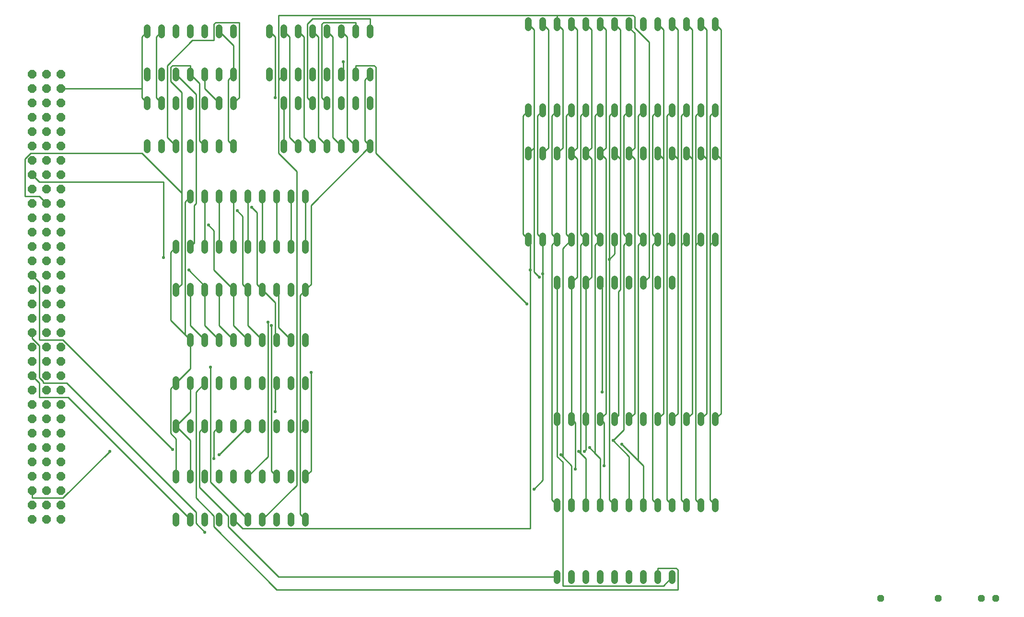
<source format=gbr>
G04 EAGLE Gerber RS-274X export*
G75*
%MOMM*%
%FSLAX34Y34*%
%LPD*%
%INBottom Copper*%
%IPPOS*%
%AMOC8*
5,1,8,0,0,1.08239X$1,22.5*%
G01*
%ADD10P,1.649562X8X202.500000*%
%ADD11P,1.319650X8X202.500000*%
%ADD12C,1.219200*%
%ADD13C,0.254000*%
%ADD14C,0.558800*%


D10*
X50800Y177800D03*
X50800Y203200D03*
X50800Y228600D03*
X50800Y254000D03*
X50800Y279400D03*
X50800Y304800D03*
X50800Y330200D03*
X50800Y355600D03*
X50800Y381000D03*
X50800Y406400D03*
X50800Y431800D03*
X50800Y457200D03*
X50800Y482600D03*
X50800Y508000D03*
X50800Y533400D03*
X50800Y558800D03*
X76200Y177800D03*
X76200Y203200D03*
X76200Y228600D03*
X76200Y254000D03*
X76200Y279400D03*
X76200Y304800D03*
X76200Y330200D03*
X76200Y355600D03*
X76200Y381000D03*
X76200Y406400D03*
X76200Y431800D03*
X76200Y457200D03*
X76200Y482600D03*
X76200Y508000D03*
X76200Y533400D03*
X76200Y558800D03*
X101600Y177800D03*
X101600Y203200D03*
X101600Y228600D03*
X101600Y254000D03*
X101600Y279400D03*
X101600Y304800D03*
X101600Y330200D03*
X101600Y355600D03*
X101600Y381000D03*
X101600Y406400D03*
X101600Y431800D03*
X101600Y457200D03*
X101600Y482600D03*
X101600Y508000D03*
X101600Y533400D03*
X101600Y558800D03*
X50800Y584200D03*
X50800Y609600D03*
X50800Y635000D03*
X50800Y660400D03*
X50800Y685800D03*
X50800Y711200D03*
X50800Y736600D03*
X50800Y762000D03*
X50800Y787400D03*
X50800Y812800D03*
X50800Y838200D03*
X50800Y863600D03*
X50800Y889000D03*
X50800Y914400D03*
X50800Y939800D03*
X50800Y965200D03*
X76200Y584200D03*
X76200Y609600D03*
X76200Y635000D03*
X76200Y660400D03*
X76200Y685800D03*
X76200Y711200D03*
X76200Y736600D03*
X76200Y762000D03*
X76200Y787400D03*
X76200Y812800D03*
X76200Y838200D03*
X76200Y863600D03*
X76200Y889000D03*
X76200Y914400D03*
X76200Y939800D03*
X76200Y965200D03*
X101600Y584200D03*
X101600Y609600D03*
X101600Y635000D03*
X101600Y660400D03*
X101600Y685800D03*
X101600Y711200D03*
X101600Y736600D03*
X101600Y762000D03*
X101600Y787400D03*
X101600Y812800D03*
X101600Y838200D03*
X101600Y863600D03*
X101600Y889000D03*
X101600Y914400D03*
X101600Y939800D03*
X101600Y965200D03*
D11*
X1752600Y38100D03*
X1727200Y38100D03*
X1651000Y38100D03*
X1549400Y38100D03*
D12*
X927100Y895604D02*
X927100Y907796D01*
X952500Y907796D02*
X952500Y895604D01*
X977900Y895604D02*
X977900Y907796D01*
X1003300Y907796D02*
X1003300Y895604D01*
X1028700Y895604D02*
X1028700Y907796D01*
X1054100Y907796D02*
X1054100Y895604D01*
X1079500Y895604D02*
X1079500Y907796D01*
X1104900Y907796D02*
X1104900Y895604D01*
X1130300Y895604D02*
X1130300Y907796D01*
X1155700Y907796D02*
X1155700Y895604D01*
X1181100Y895604D02*
X1181100Y907796D01*
X1206500Y907796D02*
X1206500Y895604D01*
X1231900Y895604D02*
X1231900Y907796D01*
X1257300Y907796D02*
X1257300Y895604D01*
X1257300Y1048004D02*
X1257300Y1060196D01*
X1231900Y1060196D02*
X1231900Y1048004D01*
X1206500Y1048004D02*
X1206500Y1060196D01*
X1181100Y1060196D02*
X1181100Y1048004D01*
X1155700Y1048004D02*
X1155700Y1060196D01*
X1130300Y1060196D02*
X1130300Y1048004D01*
X1104900Y1048004D02*
X1104900Y1060196D01*
X1079500Y1060196D02*
X1079500Y1048004D01*
X1054100Y1048004D02*
X1054100Y1060196D01*
X1028700Y1060196D02*
X1028700Y1048004D01*
X1003300Y1048004D02*
X1003300Y1060196D01*
X977900Y1060196D02*
X977900Y1048004D01*
X952500Y1048004D02*
X952500Y1060196D01*
X927100Y1060196D02*
X927100Y1048004D01*
X927100Y679196D02*
X927100Y667004D01*
X952500Y667004D02*
X952500Y679196D01*
X977900Y679196D02*
X977900Y667004D01*
X1003300Y667004D02*
X1003300Y679196D01*
X1028700Y679196D02*
X1028700Y667004D01*
X1054100Y667004D02*
X1054100Y679196D01*
X1079500Y679196D02*
X1079500Y667004D01*
X1104900Y667004D02*
X1104900Y679196D01*
X1130300Y679196D02*
X1130300Y667004D01*
X1155700Y667004D02*
X1155700Y679196D01*
X1181100Y679196D02*
X1181100Y667004D01*
X1206500Y667004D02*
X1206500Y679196D01*
X1231900Y679196D02*
X1231900Y667004D01*
X1257300Y667004D02*
X1257300Y679196D01*
X1257300Y819404D02*
X1257300Y831596D01*
X1231900Y831596D02*
X1231900Y819404D01*
X1206500Y819404D02*
X1206500Y831596D01*
X1181100Y831596D02*
X1181100Y819404D01*
X1155700Y819404D02*
X1155700Y831596D01*
X1130300Y831596D02*
X1130300Y819404D01*
X1104900Y819404D02*
X1104900Y831596D01*
X1079500Y831596D02*
X1079500Y819404D01*
X1054100Y819404D02*
X1054100Y831596D01*
X1028700Y831596D02*
X1028700Y819404D01*
X1003300Y819404D02*
X1003300Y831596D01*
X977900Y831596D02*
X977900Y819404D01*
X952500Y819404D02*
X952500Y831596D01*
X927100Y831596D02*
X927100Y819404D01*
X977900Y209296D02*
X977900Y197104D01*
X1003300Y197104D02*
X1003300Y209296D01*
X1130300Y209296D02*
X1130300Y197104D01*
X1155700Y197104D02*
X1155700Y209296D01*
X1028700Y209296D02*
X1028700Y197104D01*
X1054100Y197104D02*
X1054100Y209296D01*
X1104900Y209296D02*
X1104900Y197104D01*
X1079500Y197104D02*
X1079500Y209296D01*
X1181100Y209296D02*
X1181100Y197104D01*
X1206500Y197104D02*
X1206500Y209296D01*
X1231900Y209296D02*
X1231900Y197104D01*
X1257300Y197104D02*
X1257300Y209296D01*
X1257300Y349504D02*
X1257300Y361696D01*
X1231900Y361696D02*
X1231900Y349504D01*
X1206500Y349504D02*
X1206500Y361696D01*
X1181100Y361696D02*
X1181100Y349504D01*
X1155700Y349504D02*
X1155700Y361696D01*
X1130300Y361696D02*
X1130300Y349504D01*
X1104900Y349504D02*
X1104900Y361696D01*
X1079500Y361696D02*
X1079500Y349504D01*
X1054100Y349504D02*
X1054100Y361696D01*
X1028700Y361696D02*
X1028700Y349504D01*
X1003300Y349504D02*
X1003300Y361696D01*
X977900Y361696D02*
X977900Y349504D01*
X1181100Y82296D02*
X1181100Y70104D01*
X1155700Y70104D02*
X1155700Y82296D01*
X1130300Y82296D02*
X1130300Y70104D01*
X1104900Y70104D02*
X1104900Y82296D01*
X1079500Y82296D02*
X1079500Y70104D01*
X1054100Y70104D02*
X1054100Y82296D01*
X1028700Y82296D02*
X1028700Y70104D01*
X1003300Y70104D02*
X1003300Y82296D01*
X977900Y82296D02*
X977900Y70104D01*
X977900Y590804D02*
X977900Y602996D01*
X1003300Y602996D02*
X1003300Y590804D01*
X1028700Y590804D02*
X1028700Y602996D01*
X1054100Y602996D02*
X1054100Y590804D01*
X1079500Y590804D02*
X1079500Y602996D01*
X1104900Y602996D02*
X1104900Y590804D01*
X1130300Y590804D02*
X1130300Y602996D01*
X1155700Y602996D02*
X1155700Y590804D01*
X1181100Y590804D02*
X1181100Y602996D01*
X254000Y832104D02*
X254000Y844296D01*
X279400Y844296D02*
X279400Y832104D01*
X406400Y832104D02*
X406400Y844296D01*
X406400Y908304D02*
X406400Y920496D01*
X304800Y844296D02*
X304800Y832104D01*
X330200Y832104D02*
X330200Y844296D01*
X381000Y844296D02*
X381000Y832104D01*
X355600Y832104D02*
X355600Y844296D01*
X381000Y908304D02*
X381000Y920496D01*
X355600Y920496D02*
X355600Y908304D01*
X330200Y908304D02*
X330200Y920496D01*
X304800Y920496D02*
X304800Y908304D01*
X279400Y908304D02*
X279400Y920496D01*
X254000Y920496D02*
X254000Y908304D01*
X469900Y959104D02*
X469900Y971296D01*
X495300Y971296D02*
X495300Y959104D01*
X622300Y959104D02*
X622300Y971296D01*
X647700Y971296D02*
X647700Y959104D01*
X520700Y959104D02*
X520700Y971296D01*
X546100Y971296D02*
X546100Y959104D01*
X596900Y959104D02*
X596900Y971296D01*
X571500Y971296D02*
X571500Y959104D01*
X647700Y1035304D02*
X647700Y1047496D01*
X622300Y1047496D02*
X622300Y1035304D01*
X596900Y1035304D02*
X596900Y1047496D01*
X571500Y1047496D02*
X571500Y1035304D01*
X546100Y1035304D02*
X546100Y1047496D01*
X520700Y1047496D02*
X520700Y1035304D01*
X495300Y1035304D02*
X495300Y1047496D01*
X469900Y1047496D02*
X469900Y1035304D01*
X304800Y348996D02*
X304800Y336804D01*
X330200Y336804D02*
X330200Y348996D01*
X457200Y348996D02*
X457200Y336804D01*
X482600Y336804D02*
X482600Y348996D01*
X355600Y348996D02*
X355600Y336804D01*
X381000Y336804D02*
X381000Y348996D01*
X431800Y348996D02*
X431800Y336804D01*
X406400Y336804D02*
X406400Y348996D01*
X508000Y348996D02*
X508000Y336804D01*
X533400Y336804D02*
X533400Y348996D01*
X533400Y413004D02*
X533400Y425196D01*
X508000Y425196D02*
X508000Y413004D01*
X482600Y413004D02*
X482600Y425196D01*
X457200Y425196D02*
X457200Y413004D01*
X431800Y413004D02*
X431800Y425196D01*
X406400Y425196D02*
X406400Y413004D01*
X381000Y413004D02*
X381000Y425196D01*
X355600Y425196D02*
X355600Y413004D01*
X330200Y413004D02*
X330200Y425196D01*
X304800Y425196D02*
X304800Y413004D01*
X304800Y183896D02*
X304800Y171704D01*
X330200Y171704D02*
X330200Y183896D01*
X457200Y183896D02*
X457200Y171704D01*
X482600Y171704D02*
X482600Y183896D01*
X355600Y183896D02*
X355600Y171704D01*
X381000Y171704D02*
X381000Y183896D01*
X431800Y183896D02*
X431800Y171704D01*
X406400Y171704D02*
X406400Y183896D01*
X508000Y183896D02*
X508000Y171704D01*
X533400Y171704D02*
X533400Y183896D01*
X533400Y247904D02*
X533400Y260096D01*
X508000Y260096D02*
X508000Y247904D01*
X482600Y247904D02*
X482600Y260096D01*
X457200Y260096D02*
X457200Y247904D01*
X431800Y247904D02*
X431800Y260096D01*
X406400Y260096D02*
X406400Y247904D01*
X381000Y247904D02*
X381000Y260096D01*
X355600Y260096D02*
X355600Y247904D01*
X330200Y247904D02*
X330200Y260096D01*
X304800Y260096D02*
X304800Y247904D01*
X495300Y832104D02*
X495300Y844296D01*
X520700Y844296D02*
X520700Y832104D01*
X647700Y832104D02*
X647700Y844296D01*
X647700Y908304D02*
X647700Y920496D01*
X546100Y844296D02*
X546100Y832104D01*
X571500Y832104D02*
X571500Y844296D01*
X622300Y844296D02*
X622300Y832104D01*
X596900Y832104D02*
X596900Y844296D01*
X622300Y908304D02*
X622300Y920496D01*
X596900Y920496D02*
X596900Y908304D01*
X571500Y908304D02*
X571500Y920496D01*
X546100Y920496D02*
X546100Y908304D01*
X520700Y908304D02*
X520700Y920496D01*
X495300Y920496D02*
X495300Y908304D01*
X304800Y590296D02*
X304800Y578104D01*
X330200Y578104D02*
X330200Y590296D01*
X457200Y590296D02*
X457200Y578104D01*
X482600Y578104D02*
X482600Y590296D01*
X355600Y590296D02*
X355600Y578104D01*
X381000Y578104D02*
X381000Y590296D01*
X431800Y590296D02*
X431800Y578104D01*
X406400Y578104D02*
X406400Y590296D01*
X508000Y590296D02*
X508000Y578104D01*
X533400Y578104D02*
X533400Y590296D01*
X533400Y654304D02*
X533400Y666496D01*
X508000Y666496D02*
X508000Y654304D01*
X482600Y654304D02*
X482600Y666496D01*
X457200Y666496D02*
X457200Y654304D01*
X431800Y654304D02*
X431800Y666496D01*
X406400Y666496D02*
X406400Y654304D01*
X381000Y654304D02*
X381000Y666496D01*
X355600Y666496D02*
X355600Y654304D01*
X330200Y654304D02*
X330200Y666496D01*
X304800Y666496D02*
X304800Y654304D01*
X330200Y501396D02*
X330200Y489204D01*
X355600Y489204D02*
X355600Y501396D01*
X381000Y501396D02*
X381000Y489204D01*
X406400Y489204D02*
X406400Y501396D01*
X431800Y501396D02*
X431800Y489204D01*
X457200Y489204D02*
X457200Y501396D01*
X482600Y501396D02*
X482600Y489204D01*
X508000Y489204D02*
X508000Y501396D01*
X533400Y501396D02*
X533400Y489204D01*
X330200Y743204D02*
X330200Y755396D01*
X355600Y755396D02*
X355600Y743204D01*
X381000Y743204D02*
X381000Y755396D01*
X406400Y755396D02*
X406400Y743204D01*
X431800Y743204D02*
X431800Y755396D01*
X457200Y755396D02*
X457200Y743204D01*
X482600Y743204D02*
X482600Y755396D01*
X508000Y755396D02*
X508000Y743204D01*
X533400Y743204D02*
X533400Y755396D01*
X254000Y959104D02*
X254000Y971296D01*
X279400Y971296D02*
X279400Y959104D01*
X406400Y959104D02*
X406400Y971296D01*
X406400Y1035304D02*
X406400Y1047496D01*
X304800Y971296D02*
X304800Y959104D01*
X330200Y959104D02*
X330200Y971296D01*
X381000Y971296D02*
X381000Y959104D01*
X355600Y959104D02*
X355600Y971296D01*
X381000Y1035304D02*
X381000Y1047496D01*
X355600Y1047496D02*
X355600Y1035304D01*
X330200Y1035304D02*
X330200Y1047496D01*
X304800Y1047496D02*
X304800Y1035304D01*
X279400Y1035304D02*
X279400Y1047496D01*
X254000Y1047496D02*
X254000Y1035304D01*
D13*
X1247775Y212725D02*
X1257300Y203200D01*
X1247775Y212725D02*
X1247775Y663575D01*
X1257300Y673100D01*
X1247775Y892175D02*
X1257300Y901700D01*
X1247775Y892175D02*
X1247775Y663575D01*
X279400Y914400D02*
X269875Y923925D01*
X269875Y1031875D01*
X279400Y1041400D01*
X638175Y847725D02*
X647700Y838200D01*
X638175Y847725D02*
X638175Y955675D01*
X647700Y965200D01*
X406400Y838200D02*
X396875Y847725D01*
X396875Y955675D01*
X406400Y965200D01*
X406400Y1016000D02*
X381000Y1041400D01*
X406400Y1016000D02*
X406400Y965200D01*
X523875Y187325D02*
X533400Y177800D01*
X523875Y187325D02*
X523875Y333375D01*
X533400Y342900D01*
X523875Y574675D02*
X533400Y584200D01*
X523875Y574675D02*
X523875Y333375D01*
X330200Y368300D02*
X304800Y342900D01*
X330200Y368300D02*
X330200Y419100D01*
X304800Y342900D02*
X330200Y317500D01*
X330200Y254000D01*
X542925Y733425D02*
X647700Y838200D01*
X542925Y733425D02*
X542925Y593725D01*
X533400Y584200D01*
X254000Y914400D02*
X244475Y923925D01*
X244475Y939800D02*
X244475Y1031875D01*
X244475Y939800D02*
X244475Y923925D01*
X244475Y1031875D02*
X254000Y1041400D01*
X244475Y939800D02*
X101600Y939800D01*
X330200Y444500D02*
X304800Y419100D01*
X330200Y444500D02*
X330200Y495300D01*
X295275Y650875D02*
X304800Y660400D01*
X295275Y650875D02*
X295275Y530225D01*
X320675Y504825D02*
X330200Y495300D01*
X320675Y504825D02*
X295275Y530225D01*
X320675Y739775D02*
X330200Y749300D01*
X320675Y739775D02*
X320675Y504825D01*
X304800Y320675D02*
X304800Y254000D01*
X304800Y320675D02*
X295275Y330200D01*
X295275Y409575D01*
X304800Y419100D01*
X977900Y355600D02*
X977900Y596900D01*
X495300Y838200D02*
X495300Y914400D01*
X927100Y825500D02*
X936625Y835025D01*
X936625Y1044575D01*
X927100Y1054100D01*
X936625Y615950D02*
X946150Y606425D01*
X936625Y615950D02*
X936625Y835025D01*
X1181100Y76200D02*
X1165225Y60325D01*
X987425Y60325D01*
X987425Y279400D01*
X977900Y288925D01*
X977900Y355600D01*
X479425Y1031875D02*
X469900Y1041400D01*
X479425Y1031875D02*
X479425Y923925D01*
D14*
X946150Y606425D03*
X479425Y923925D03*
D13*
X330200Y520700D02*
X355600Y495300D01*
X330200Y520700D02*
X330200Y584200D01*
X355600Y520700D02*
X381000Y495300D01*
X355600Y520700D02*
X355600Y584200D01*
X355600Y590550D02*
X327025Y619125D01*
X355600Y590550D02*
X355600Y584200D01*
D14*
X327025Y619125D03*
D13*
X406400Y520700D02*
X431800Y495300D01*
X406400Y520700D02*
X406400Y584200D01*
X371475Y688975D02*
X361950Y698500D01*
X371475Y688975D02*
X371475Y619125D01*
X406400Y584200D01*
D14*
X361950Y698500D03*
D13*
X431800Y520700D02*
X457200Y495300D01*
X431800Y520700D02*
X431800Y584200D01*
X422275Y714375D02*
X412750Y723900D01*
X422275Y714375D02*
X422275Y593725D01*
X431800Y584200D01*
D14*
X412750Y723900D03*
D13*
X479425Y498475D02*
X482600Y495300D01*
X479425Y498475D02*
X479425Y561975D01*
X457200Y584200D01*
X447675Y720725D02*
X438150Y730250D01*
X447675Y720725D02*
X447675Y593725D01*
X457200Y584200D01*
D14*
X438150Y730250D03*
D13*
X485775Y517525D02*
X508000Y495300D01*
X485775Y517525D02*
X485775Y581025D01*
X482600Y584200D01*
X63500Y774700D02*
X50800Y787400D01*
X63500Y774700D02*
X282575Y774700D01*
X282575Y641350D01*
D14*
X282575Y641350D03*
D13*
X381000Y520700D02*
X406400Y495300D01*
X381000Y520700D02*
X381000Y584200D01*
X187325Y298450D02*
X104775Y215900D01*
X50800Y215900D01*
X50800Y228600D01*
D14*
X187325Y298450D03*
D13*
X371475Y333375D02*
X381000Y342900D01*
X371475Y333375D02*
X371475Y285750D01*
D14*
X371475Y285750D03*
D13*
X381000Y292100D02*
X431800Y342900D01*
D14*
X381000Y292100D03*
D13*
X479425Y415925D02*
X482600Y419100D01*
X479425Y415925D02*
X479425Y368300D01*
D14*
X479425Y368300D03*
D13*
X330200Y177800D02*
X114300Y393700D01*
X63500Y393700D01*
X63500Y419100D01*
X50800Y431800D01*
X365125Y244475D02*
X431800Y177800D01*
X365125Y244475D02*
X365125Y447675D01*
D14*
X365125Y447675D03*
D13*
X339725Y171450D02*
X355600Y155575D01*
X339725Y171450D02*
X339725Y190500D01*
X111125Y419100D01*
X69850Y419100D01*
X69850Y422275D01*
X63500Y428625D01*
X63500Y485775D01*
X50800Y498475D01*
X50800Y508000D01*
D14*
X355600Y155575D03*
D13*
X533400Y254000D02*
X542925Y263525D01*
X542925Y438150D01*
D14*
X542925Y438150D03*
D13*
X473075Y263525D02*
X482600Y254000D01*
X473075Y263525D02*
X473075Y520700D01*
D14*
X473075Y520700D03*
D13*
X466725Y288925D02*
X431800Y254000D01*
X466725Y288925D02*
X466725Y527050D01*
D14*
X466725Y527050D03*
D13*
X298450Y301625D02*
X104775Y495300D01*
X63500Y495300D01*
X63500Y596900D01*
X50800Y609600D01*
D14*
X298450Y301625D03*
D13*
X381000Y914400D02*
X355600Y939800D01*
X355600Y965200D01*
X314325Y593725D02*
X304800Y584200D01*
X314325Y755650D02*
X314325Y933450D01*
X314325Y755650D02*
X314325Y593725D01*
X314325Y933450D02*
X295275Y952500D01*
X295275Y977900D01*
X298450Y981075D01*
X330200Y981075D01*
X330200Y965200D01*
X346075Y847725D02*
X355600Y838200D01*
X346075Y847725D02*
X346075Y949325D01*
X330200Y965200D01*
X76200Y736600D02*
X63500Y749300D01*
X38100Y749300D01*
X38100Y815975D01*
X47625Y825500D01*
X244475Y825500D01*
X314325Y755650D01*
X1146175Y682625D02*
X1155700Y673100D01*
X1146175Y682625D02*
X1146175Y892175D01*
X1155700Y901700D01*
X355600Y419100D02*
X339725Y403225D01*
X339725Y215900D01*
X371475Y184150D01*
X371475Y165100D01*
X482600Y53975D01*
X1190625Y53975D01*
X1190625Y88900D01*
X1187450Y92075D01*
X1155700Y92075D01*
X1155700Y76200D01*
X1146175Y663575D02*
X1155700Y673100D01*
X1146175Y663575D02*
X1146175Y212725D01*
X1155700Y203200D01*
X1130300Y673100D02*
X1120775Y682625D01*
X1120775Y892175D01*
X1130300Y901700D01*
X1120775Y282575D02*
X1130300Y273050D01*
X1120775Y282575D02*
X1092200Y311150D01*
X1130300Y273050D02*
X1130300Y203200D01*
X1120775Y663575D02*
X1130300Y673100D01*
X1120775Y663575D02*
X1120775Y282575D01*
D14*
X1092200Y311150D03*
D13*
X1104900Y673100D02*
X1095375Y682625D01*
X1095375Y892175D01*
X1104900Y901700D01*
X1076325Y317500D02*
X1104900Y288925D01*
X1104900Y203200D01*
X1095375Y663575D02*
X1104900Y673100D01*
X1095375Y663575D02*
X1095375Y336550D01*
X1076325Y317500D01*
D14*
X1076325Y317500D03*
D13*
X1069975Y638175D02*
X1079500Y647700D01*
X1079500Y673100D01*
X1069975Y892175D02*
X1079500Y901700D01*
X1069975Y892175D02*
X1069975Y638175D01*
X1069975Y212725D02*
X1079500Y203200D01*
X1069975Y212725D02*
X1069975Y638175D01*
D14*
X1069975Y638175D03*
D13*
X1054100Y673100D02*
X1044575Y682625D01*
X1044575Y892175D01*
X1054100Y901700D01*
X1044575Y295275D02*
X1054100Y285750D01*
X1044575Y295275D02*
X1035050Y304800D01*
X1054100Y285750D02*
X1054100Y203200D01*
X1044575Y663575D02*
X1054100Y673100D01*
X1044575Y663575D02*
X1044575Y295275D01*
D14*
X1035050Y304800D03*
D13*
X1028700Y673100D02*
X1019175Y682625D01*
X1019175Y892175D01*
X1028700Y901700D01*
X1019175Y295275D02*
X1028700Y285750D01*
X1019175Y295275D02*
X1016000Y298450D01*
X1028700Y285750D02*
X1028700Y203200D01*
X1019175Y663575D02*
X1028700Y673100D01*
X1019175Y663575D02*
X1019175Y295275D01*
D14*
X1016000Y298450D03*
D13*
X1003300Y673100D02*
X993775Y682625D01*
X993775Y892175D01*
X1003300Y901700D01*
X987425Y288925D02*
X1003300Y273050D01*
X987425Y288925D02*
X984250Y292100D01*
X1003300Y273050D02*
X1003300Y203200D01*
X987425Y657225D02*
X1003300Y673100D01*
X987425Y657225D02*
X987425Y288925D01*
D14*
X984250Y292100D03*
D13*
X977900Y673100D02*
X968375Y682625D01*
X968375Y892175D01*
X977900Y901700D01*
X355600Y342900D02*
X346075Y333375D01*
X346075Y234950D01*
X396875Y184150D01*
X396875Y165100D01*
X485775Y76200D01*
X977900Y76200D01*
X968375Y663575D02*
X977900Y673100D01*
X968375Y663575D02*
X968375Y212725D01*
X977900Y203200D01*
X1003300Y825500D02*
X1012825Y835025D01*
X1012825Y1044575D01*
X1003300Y1054100D01*
X1009650Y349250D02*
X1009650Y266700D01*
X1009650Y349250D02*
X1003300Y355600D01*
X1003300Y596900D01*
X1012825Y815975D02*
X1003300Y825500D01*
X1012825Y815975D02*
X1012825Y606425D01*
X1003300Y596900D01*
D14*
X1009650Y266700D03*
D13*
X1028700Y825500D02*
X1038225Y835025D01*
X1038225Y1044575D01*
X1028700Y1054100D01*
X1028700Y301625D02*
X1025525Y298450D01*
X1028700Y301625D02*
X1028700Y355600D01*
X1028700Y596900D01*
X1038225Y815975D02*
X1028700Y825500D01*
X1038225Y815975D02*
X1038225Y606425D01*
X1028700Y596900D01*
D14*
X1025525Y298450D03*
D13*
X1104900Y825500D02*
X1114425Y835025D01*
X1114425Y1038225D01*
X1104900Y1047750D01*
X1104900Y1054100D01*
X1054100Y596900D02*
X1057275Y593725D01*
X1057275Y403225D01*
X1114425Y815975D02*
X1104900Y825500D01*
X1114425Y815975D02*
X1114425Y365125D01*
X1104900Y355600D01*
D14*
X1057275Y403225D03*
D13*
X1054100Y825500D02*
X1063625Y835025D01*
X1063625Y1044575D01*
X1054100Y1054100D01*
X1060450Y349250D02*
X1060450Y273050D01*
X1060450Y349250D02*
X1054100Y355600D01*
X1063625Y815975D02*
X1054100Y825500D01*
X1063625Y815975D02*
X1063625Y365125D01*
X1054100Y355600D01*
D14*
X1060450Y273050D03*
D13*
X952500Y247650D02*
X936625Y231775D01*
X952500Y612775D02*
X952500Y673100D01*
X952500Y612775D02*
X952500Y247650D01*
X942975Y892175D02*
X952500Y901700D01*
X942975Y892175D02*
X942975Y682625D01*
X952500Y673100D01*
D14*
X936625Y231775D03*
X952500Y612775D03*
D13*
X977900Y825500D02*
X987425Y835025D01*
X987425Y1044575D01*
X977900Y1054100D01*
X1139825Y606425D02*
X1130300Y596900D01*
X1139825Y606425D02*
X1139825Y1022350D01*
X1114425Y1047750D01*
X1114425Y1066800D01*
X1111250Y1069975D01*
X977900Y1069975D01*
X977900Y1054100D01*
X517525Y238125D02*
X457200Y177800D01*
X517525Y238125D02*
X517525Y793750D01*
X485775Y825500D01*
X485775Y955675D01*
X495300Y965200D01*
X485775Y1069975D02*
X977900Y1069975D01*
X485775Y1069975D02*
X485775Y955675D01*
X406400Y177800D02*
X422275Y161925D01*
X930275Y161925D01*
X930275Y619125D02*
X930275Y669925D01*
X930275Y619125D02*
X930275Y161925D01*
X930275Y669925D02*
X927100Y673100D01*
X917575Y892175D02*
X927100Y901700D01*
X917575Y892175D02*
X917575Y682625D01*
X927100Y673100D01*
D14*
X930275Y619125D03*
D13*
X596900Y965200D02*
X600075Y968375D01*
X600075Y987425D01*
D14*
X600075Y987425D03*
D13*
X355600Y749300D02*
X355600Y660400D01*
X1171575Y212725D02*
X1181100Y203200D01*
X1171575Y212725D02*
X1171575Y663575D01*
X1181100Y673100D01*
X1171575Y892175D02*
X1181100Y901700D01*
X1171575Y892175D02*
X1171575Y663575D01*
X381000Y660400D02*
X381000Y749300D01*
X1196975Y212725D02*
X1206500Y203200D01*
X1196975Y212725D02*
X1196975Y663575D01*
X1206500Y673100D01*
X1196975Y892175D02*
X1206500Y901700D01*
X1196975Y892175D02*
X1196975Y663575D01*
X406400Y660400D02*
X406400Y749300D01*
X1222375Y212725D02*
X1231900Y203200D01*
X1222375Y212725D02*
X1222375Y663575D01*
X1231900Y673100D01*
X1222375Y892175D02*
X1231900Y901700D01*
X1222375Y892175D02*
X1222375Y663575D01*
X431800Y660400D02*
X431800Y749300D01*
X1257300Y355600D02*
X1266825Y365125D01*
X1266825Y815975D01*
X1257300Y825500D01*
X1266825Y1044575D02*
X1257300Y1054100D01*
X1266825Y1044575D02*
X1266825Y815975D01*
X457200Y749300D02*
X457200Y660400D01*
X1231900Y355600D02*
X1241425Y365125D01*
X1241425Y815975D01*
X1231900Y825500D01*
X1241425Y1044575D02*
X1231900Y1054100D01*
X1241425Y1044575D02*
X1241425Y815975D01*
X482600Y749300D02*
X482600Y660400D01*
X1206500Y355600D02*
X1216025Y365125D01*
X1216025Y815975D01*
X1206500Y825500D01*
X1216025Y1044575D02*
X1206500Y1054100D01*
X1216025Y1044575D02*
X1216025Y815975D01*
X508000Y749300D02*
X508000Y660400D01*
X1181100Y355600D02*
X1190625Y365125D01*
X1190625Y815975D01*
X1181100Y825500D01*
X1190625Y1044575D02*
X1181100Y1054100D01*
X1190625Y1044575D02*
X1190625Y815975D01*
X533400Y749300D02*
X533400Y660400D01*
X1155700Y355600D02*
X1165225Y365125D01*
X1165225Y815975D01*
X1155700Y825500D01*
X1165225Y1044575D02*
X1155700Y1054100D01*
X1165225Y1044575D02*
X1165225Y815975D01*
X1085850Y361950D02*
X1079500Y355600D01*
X1085850Y361950D02*
X1085850Y581025D01*
X1089025Y584200D01*
X1089025Y815975D01*
X1079500Y825500D01*
X1089025Y1044575D02*
X1079500Y1054100D01*
X1089025Y1044575D02*
X1089025Y815975D01*
X962025Y1044575D02*
X952500Y1054100D01*
X962025Y1044575D02*
X962025Y835025D01*
X952500Y825500D01*
X304800Y838200D02*
X288925Y854075D01*
X288925Y981075D01*
X333375Y1025525D01*
X371475Y1025525D01*
X371475Y1054100D01*
X374650Y1057275D01*
X415925Y1057275D01*
X415925Y923925D01*
X406400Y914400D01*
X657225Y825500D02*
X923925Y558800D01*
X657225Y825500D02*
X657225Y977900D01*
X654050Y981075D01*
X622300Y981075D01*
X622300Y965200D01*
D14*
X923925Y558800D03*
D13*
X546100Y914400D02*
X536575Y923925D01*
X536575Y1054100D01*
X546100Y1063625D01*
X647700Y1063625D01*
X647700Y1041400D01*
X561975Y923925D02*
X571500Y914400D01*
X561975Y923925D02*
X561975Y1054100D01*
X565150Y1057275D01*
X622300Y1057275D01*
X622300Y1041400D01*
X606425Y854075D02*
X622300Y838200D01*
X606425Y854075D02*
X606425Y1031875D01*
X596900Y1041400D01*
X581025Y854075D02*
X596900Y838200D01*
X581025Y854075D02*
X581025Y1031875D01*
X571500Y1041400D01*
X555625Y854075D02*
X571500Y838200D01*
X555625Y854075D02*
X555625Y1031875D01*
X546100Y1041400D01*
X530225Y854075D02*
X546100Y838200D01*
X530225Y854075D02*
X530225Y1031875D01*
X520700Y1041400D01*
X504825Y854075D02*
X520700Y838200D01*
X504825Y854075D02*
X504825Y1031875D01*
X495300Y1041400D01*
X336550Y666750D02*
X330200Y660400D01*
X336550Y666750D02*
X336550Y733425D01*
X339725Y736600D01*
X339725Y930275D01*
X304800Y965200D01*
M02*

</source>
